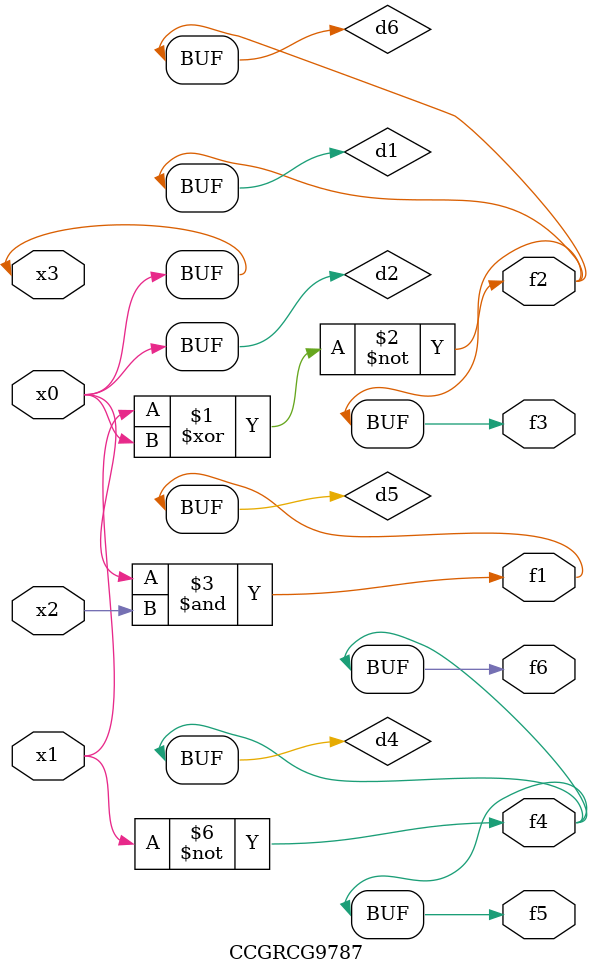
<source format=v>
module CCGRCG9787(
	input x0, x1, x2, x3,
	output f1, f2, f3, f4, f5, f6
);

	wire d1, d2, d3, d4, d5, d6;

	xnor (d1, x1, x3);
	buf (d2, x0, x3);
	nand (d3, x0, x2);
	not (d4, x1);
	nand (d5, d3);
	or (d6, d1);
	assign f1 = d5;
	assign f2 = d6;
	assign f3 = d6;
	assign f4 = d4;
	assign f5 = d4;
	assign f6 = d4;
endmodule

</source>
